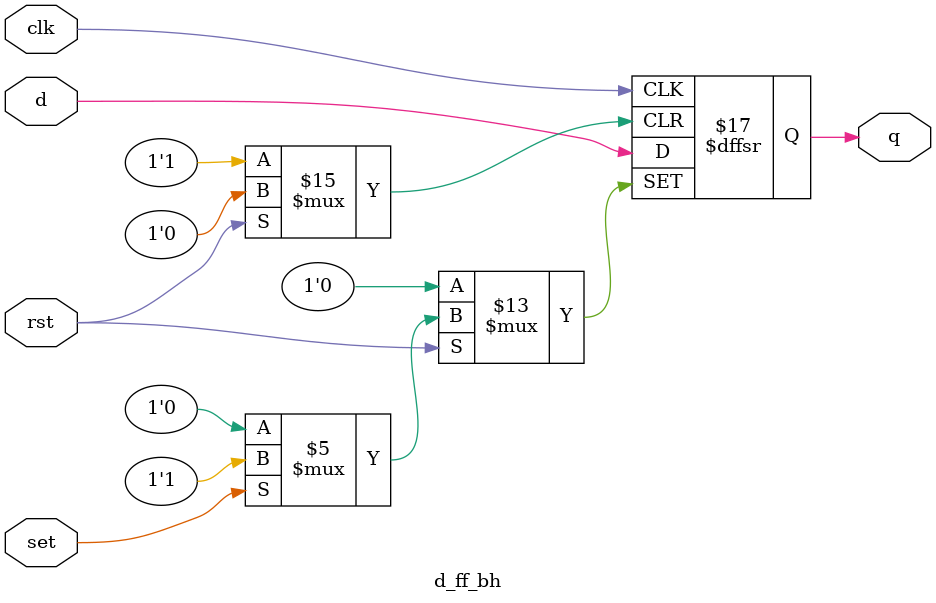
<source format=v>
/*** D-flipflop Behavioral positive edge triggered with 
    Asynchronous Active LOW RESET & Active High SET. ***/
module d_ff_bh (q, d, clk, rst, set);
    input d, clk, rst, set;
    output reg q;

    always@(posedge clk, negedge rst, posedge set)
        if(!rst)
            q <= 1'b0;
        else if(set)
            q <= 1'b1;
        else
            q <= d;
endmodule

</source>
